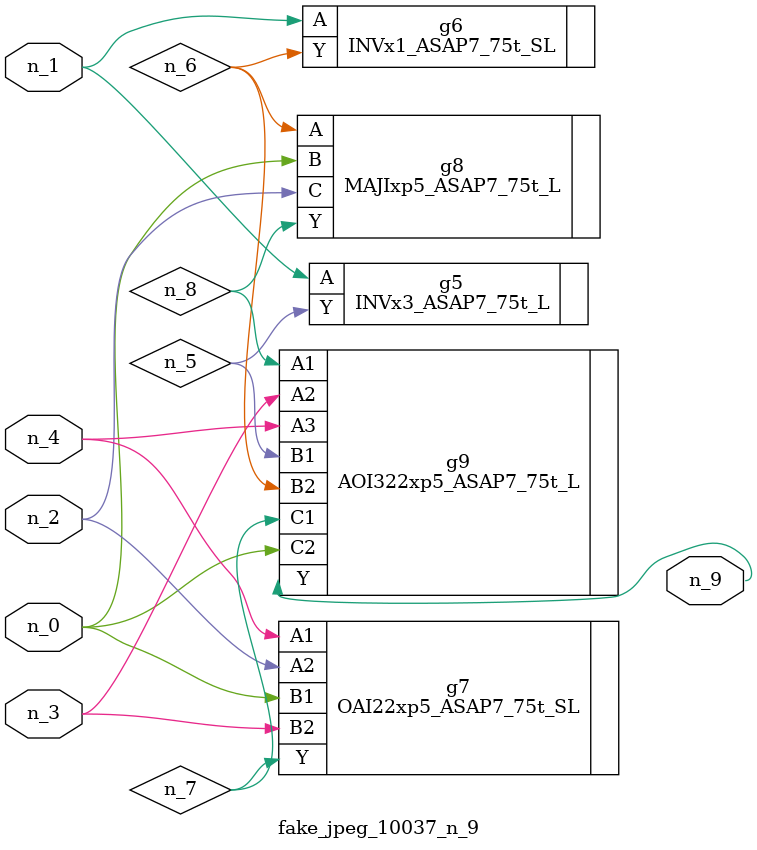
<source format=v>
module fake_jpeg_10037_n_9 (n_3, n_2, n_1, n_0, n_4, n_9);

input n_3;
input n_2;
input n_1;
input n_0;
input n_4;

output n_9;

wire n_8;
wire n_6;
wire n_5;
wire n_7;

INVx3_ASAP7_75t_L g5 ( 
.A(n_1),
.Y(n_5)
);

INVx1_ASAP7_75t_SL g6 ( 
.A(n_1),
.Y(n_6)
);

OAI22xp5_ASAP7_75t_SL g7 ( 
.A1(n_4),
.A2(n_2),
.B1(n_0),
.B2(n_3),
.Y(n_7)
);

MAJIxp5_ASAP7_75t_L g8 ( 
.A(n_6),
.B(n_0),
.C(n_2),
.Y(n_8)
);

AOI322xp5_ASAP7_75t_L g9 ( 
.A1(n_8),
.A2(n_3),
.A3(n_4),
.B1(n_5),
.B2(n_6),
.C1(n_7),
.C2(n_0),
.Y(n_9)
);


endmodule
</source>
